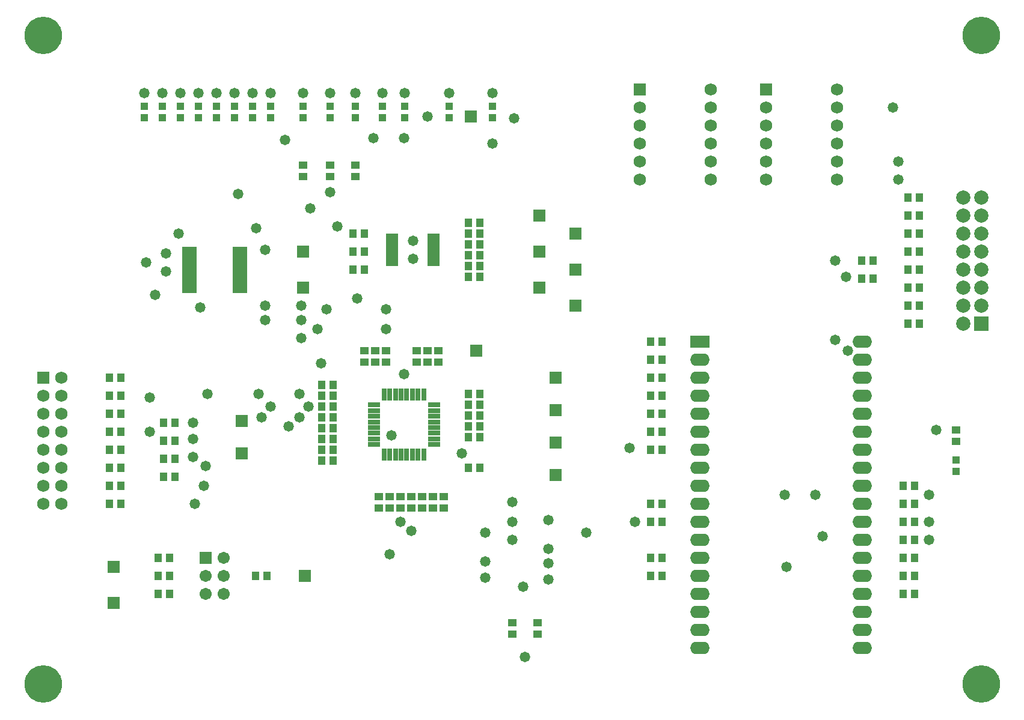
<source format=gts>
G04*
G04 #@! TF.GenerationSoftware,Altium Limited,Altium Designer,22.3.1 (43)*
G04*
G04 Layer_Color=8388736*
%FSLAX25Y25*%
%MOIN*%
G70*
G04*
G04 #@! TF.SameCoordinates,C488EDB3-D5C6-4A86-98F8-C412E4F75817*
G04*
G04*
G04 #@! TF.FilePolarity,Negative*
G04*
G01*
G75*
%ADD22R,0.04540X0.03950*%
%ADD23R,0.03950X0.03950*%
%ADD24R,0.07887X0.02572*%
%ADD25R,0.06607X0.02572*%
%ADD26R,0.03950X0.04540*%
%ADD27R,0.03162X0.06607*%
%ADD28R,0.06607X0.03162*%
%ADD29R,0.10800X0.06800*%
%ADD30O,0.10800X0.06800*%
%ADD31C,0.06800*%
%ADD32R,0.06800X0.06800*%
%ADD33R,0.06706X0.06706*%
%ADD34C,0.06706*%
%ADD35R,0.06706X0.06706*%
%ADD36R,0.07887X0.07887*%
%ADD37C,0.07887*%
%ADD38C,0.20800*%
%ADD39C,0.05800*%
D22*
X280000Y54150D02*
D03*
Y47850D02*
D03*
X294000Y54150D02*
D03*
Y47850D02*
D03*
X164000Y301850D02*
D03*
Y308150D02*
D03*
X179000Y301850D02*
D03*
Y308150D02*
D03*
X193000Y301850D02*
D03*
Y308150D02*
D03*
X227000Y198850D02*
D03*
Y205150D02*
D03*
X210000D02*
D03*
Y198850D02*
D03*
X233000D02*
D03*
Y205150D02*
D03*
X204000D02*
D03*
Y198850D02*
D03*
X239000D02*
D03*
Y205150D02*
D03*
X198000D02*
D03*
Y198850D02*
D03*
X242000Y124150D02*
D03*
Y117850D02*
D03*
X236000Y124150D02*
D03*
Y117850D02*
D03*
X230000Y124150D02*
D03*
Y117850D02*
D03*
X224000Y124150D02*
D03*
Y117850D02*
D03*
X206000D02*
D03*
Y124150D02*
D03*
X218000D02*
D03*
Y117850D02*
D03*
X212000Y124150D02*
D03*
Y117850D02*
D03*
X526000Y154850D02*
D03*
Y161150D02*
D03*
D23*
Y144299D02*
D03*
Y138000D02*
D03*
X164000Y340650D02*
D03*
Y334350D02*
D03*
X179000Y340650D02*
D03*
Y334350D02*
D03*
X193000Y340650D02*
D03*
Y334350D02*
D03*
X269000Y340650D02*
D03*
Y334350D02*
D03*
X245000Y340650D02*
D03*
Y334350D02*
D03*
X146000Y340650D02*
D03*
Y334350D02*
D03*
X136000Y340650D02*
D03*
Y334350D02*
D03*
X126000Y340650D02*
D03*
Y334350D02*
D03*
X116000Y340650D02*
D03*
Y334350D02*
D03*
X106000Y340650D02*
D03*
Y334350D02*
D03*
X96000Y340650D02*
D03*
Y334350D02*
D03*
X86000Y340650D02*
D03*
Y334350D02*
D03*
X76000Y340650D02*
D03*
Y334350D02*
D03*
X208000Y340650D02*
D03*
Y334350D02*
D03*
X220500Y340650D02*
D03*
Y334350D02*
D03*
D24*
X101024Y261516D02*
D03*
Y258957D02*
D03*
Y256398D02*
D03*
Y253839D02*
D03*
Y251279D02*
D03*
Y248721D02*
D03*
Y246161D02*
D03*
Y243602D02*
D03*
Y241043D02*
D03*
Y238484D02*
D03*
X128976D02*
D03*
Y241043D02*
D03*
Y243602D02*
D03*
Y246161D02*
D03*
Y248721D02*
D03*
Y251279D02*
D03*
Y253839D02*
D03*
Y256398D02*
D03*
Y258957D02*
D03*
Y261516D02*
D03*
D25*
X213433Y268677D02*
D03*
Y266118D02*
D03*
Y263559D02*
D03*
Y261000D02*
D03*
Y258441D02*
D03*
Y255882D02*
D03*
Y253323D02*
D03*
X236567D02*
D03*
Y255882D02*
D03*
Y258441D02*
D03*
Y261000D02*
D03*
Y263559D02*
D03*
Y266118D02*
D03*
Y268677D02*
D03*
D26*
X262150Y140000D02*
D03*
X255850D02*
D03*
X191850Y270000D02*
D03*
X198150D02*
D03*
Y250000D02*
D03*
X191850D02*
D03*
Y260000D02*
D03*
X198150D02*
D03*
X255850Y246000D02*
D03*
X262150D02*
D03*
Y252000D02*
D03*
X255850D02*
D03*
Y258000D02*
D03*
X262150D02*
D03*
Y264000D02*
D03*
X255850D02*
D03*
Y270000D02*
D03*
X262150D02*
D03*
Y276000D02*
D03*
X255850D02*
D03*
X83850Y90000D02*
D03*
X90150D02*
D03*
X63150Y190000D02*
D03*
X56850D02*
D03*
X137850Y80000D02*
D03*
X144150D02*
D03*
X83850D02*
D03*
X90150D02*
D03*
X63150Y180000D02*
D03*
X56850D02*
D03*
X83850Y70000D02*
D03*
X90150D02*
D03*
X86850Y165000D02*
D03*
X93150D02*
D03*
X63150Y170000D02*
D03*
X56850D02*
D03*
X86850Y155000D02*
D03*
X93150D02*
D03*
X63150Y160000D02*
D03*
X56850D02*
D03*
X86850Y145000D02*
D03*
X93150D02*
D03*
X63150Y150000D02*
D03*
X56850D02*
D03*
X86850Y135000D02*
D03*
X93150D02*
D03*
X63150Y140000D02*
D03*
X56850D02*
D03*
X63150Y130000D02*
D03*
X56850D02*
D03*
X63150Y120000D02*
D03*
X56850D02*
D03*
X255850Y181000D02*
D03*
X262150D02*
D03*
X174350Y186000D02*
D03*
X180650D02*
D03*
X255850Y175000D02*
D03*
X262150D02*
D03*
X174350Y180000D02*
D03*
X180650D02*
D03*
X255850Y169000D02*
D03*
X262150D02*
D03*
X174350Y174000D02*
D03*
X180650D02*
D03*
X255850Y163000D02*
D03*
X262150D02*
D03*
X174350Y168000D02*
D03*
X180650D02*
D03*
X255850Y157000D02*
D03*
X262150D02*
D03*
X174350Y162000D02*
D03*
X180650D02*
D03*
X174350Y156000D02*
D03*
X180650D02*
D03*
X174350Y150000D02*
D03*
X180650D02*
D03*
X174350Y144000D02*
D03*
X180650D02*
D03*
X496850Y110000D02*
D03*
X503150D02*
D03*
X356850Y210000D02*
D03*
X363150D02*
D03*
X499350Y220000D02*
D03*
X505650D02*
D03*
X496850Y120000D02*
D03*
X503150D02*
D03*
X356850Y200000D02*
D03*
X363150D02*
D03*
X499350Y230000D02*
D03*
X505650D02*
D03*
X363150Y150000D02*
D03*
X356850D02*
D03*
X480000Y245000D02*
D03*
X473701D02*
D03*
X499350Y240000D02*
D03*
X505650D02*
D03*
X496850Y100000D02*
D03*
X503150D02*
D03*
X480000Y255000D02*
D03*
X473701D02*
D03*
X499350Y250000D02*
D03*
X505650D02*
D03*
X496850Y80000D02*
D03*
X503150D02*
D03*
X356850Y190000D02*
D03*
X363150D02*
D03*
X499350Y260000D02*
D03*
X505650D02*
D03*
X496850Y90000D02*
D03*
X503150D02*
D03*
X356850Y180000D02*
D03*
X363150D02*
D03*
X499350Y270000D02*
D03*
X505650D02*
D03*
X363150Y160000D02*
D03*
X356850D02*
D03*
Y170000D02*
D03*
X363150D02*
D03*
X499350Y280000D02*
D03*
X505650D02*
D03*
X363150Y90000D02*
D03*
X356850D02*
D03*
Y110000D02*
D03*
X363150D02*
D03*
X499350Y290000D02*
D03*
X505650D02*
D03*
X363150Y80000D02*
D03*
X356850D02*
D03*
X363150Y120000D02*
D03*
X356850D02*
D03*
X503150Y130000D02*
D03*
X496850D02*
D03*
X503150Y70000D02*
D03*
X496850D02*
D03*
D27*
X208976Y180685D02*
D03*
X212126D02*
D03*
X215276D02*
D03*
X218425D02*
D03*
X221575D02*
D03*
X224724D02*
D03*
X227874D02*
D03*
X231024D02*
D03*
Y147315D02*
D03*
X227874D02*
D03*
X224724D02*
D03*
X221575D02*
D03*
X218425D02*
D03*
X215276D02*
D03*
X212126D02*
D03*
X208976D02*
D03*
D28*
X236685Y175024D02*
D03*
Y171874D02*
D03*
Y168724D02*
D03*
Y165575D02*
D03*
Y162425D02*
D03*
Y159276D02*
D03*
Y156126D02*
D03*
Y152976D02*
D03*
X203315D02*
D03*
Y156126D02*
D03*
Y159276D02*
D03*
Y162425D02*
D03*
Y165575D02*
D03*
Y168724D02*
D03*
Y171874D02*
D03*
Y175024D02*
D03*
D29*
X384000Y210000D02*
D03*
D30*
Y200000D02*
D03*
Y190000D02*
D03*
Y180000D02*
D03*
Y170000D02*
D03*
Y160000D02*
D03*
Y150000D02*
D03*
Y140000D02*
D03*
Y130000D02*
D03*
Y120000D02*
D03*
Y110000D02*
D03*
Y100000D02*
D03*
Y90000D02*
D03*
Y80000D02*
D03*
Y70000D02*
D03*
Y60000D02*
D03*
Y50000D02*
D03*
Y40000D02*
D03*
X474000Y210000D02*
D03*
Y200000D02*
D03*
Y190000D02*
D03*
Y180000D02*
D03*
Y170000D02*
D03*
Y160000D02*
D03*
Y150000D02*
D03*
Y140000D02*
D03*
Y130000D02*
D03*
Y120000D02*
D03*
Y110000D02*
D03*
Y100000D02*
D03*
Y90000D02*
D03*
Y80000D02*
D03*
Y70000D02*
D03*
Y60000D02*
D03*
Y50000D02*
D03*
Y40000D02*
D03*
D31*
X30000Y120000D02*
D03*
Y130000D02*
D03*
Y140000D02*
D03*
Y150000D02*
D03*
Y160000D02*
D03*
Y170000D02*
D03*
Y180000D02*
D03*
X20000Y120000D02*
D03*
Y130000D02*
D03*
Y140000D02*
D03*
Y150000D02*
D03*
Y160000D02*
D03*
Y170000D02*
D03*
X30000Y190000D02*
D03*
X20000Y180000D02*
D03*
X390000Y300000D02*
D03*
Y310000D02*
D03*
Y320000D02*
D03*
Y330000D02*
D03*
Y340000D02*
D03*
Y350000D02*
D03*
X350630Y300000D02*
D03*
Y310000D02*
D03*
Y320000D02*
D03*
Y330000D02*
D03*
Y340000D02*
D03*
X460000Y300000D02*
D03*
Y310000D02*
D03*
Y320000D02*
D03*
Y330000D02*
D03*
Y340000D02*
D03*
Y350000D02*
D03*
X420630Y300000D02*
D03*
Y310000D02*
D03*
Y320000D02*
D03*
Y330000D02*
D03*
Y340000D02*
D03*
D32*
X20000Y190000D02*
D03*
X350630Y350000D02*
D03*
X420630D02*
D03*
D33*
X110000Y90000D02*
D03*
D34*
X120000D02*
D03*
X110000Y80000D02*
D03*
X120000D02*
D03*
X110000Y70000D02*
D03*
X120000D02*
D03*
D35*
X257000Y335000D02*
D03*
X59000Y85000D02*
D03*
X165000Y80000D02*
D03*
X59000Y65000D02*
D03*
X260000Y205000D02*
D03*
X304000Y190000D02*
D03*
Y172000D02*
D03*
Y154000D02*
D03*
Y136000D02*
D03*
X130000Y166000D02*
D03*
Y148000D02*
D03*
X164000Y260000D02*
D03*
Y240000D02*
D03*
X295000D02*
D03*
X315000Y230000D02*
D03*
X295000Y260000D02*
D03*
X315000Y250000D02*
D03*
X295000Y280000D02*
D03*
X315000Y270000D02*
D03*
D36*
X540000Y220000D02*
D03*
D37*
X530000D02*
D03*
X540000Y230000D02*
D03*
X530000D02*
D03*
X540000Y240000D02*
D03*
X530000D02*
D03*
X540000Y250000D02*
D03*
X530000D02*
D03*
X540000Y260000D02*
D03*
X530000D02*
D03*
X540000Y270000D02*
D03*
X530000D02*
D03*
X540000Y280000D02*
D03*
X530000D02*
D03*
X540000Y290000D02*
D03*
X530000D02*
D03*
D38*
X540000Y380000D02*
D03*
Y20000D02*
D03*
X20000Y380000D02*
D03*
Y20000D02*
D03*
D39*
X287000Y35000D02*
D03*
X286000Y74000D02*
D03*
X111000Y181000D02*
D03*
X212000Y92000D02*
D03*
X103000Y146000D02*
D03*
Y156000D02*
D03*
Y165000D02*
D03*
X110000Y141000D02*
D03*
X174000Y198000D02*
D03*
X177000Y228000D02*
D03*
X194000Y234000D02*
D03*
X210000Y228000D02*
D03*
Y217000D02*
D03*
X88000Y258957D02*
D03*
X172000Y217000D02*
D03*
X77000Y254000D02*
D03*
X82000Y236000D02*
D03*
X128000Y292000D02*
D03*
X163000Y230000D02*
D03*
X143000D02*
D03*
X109000Y130000D02*
D03*
X156000Y163000D02*
D03*
X104000Y120000D02*
D03*
X88000Y249000D02*
D03*
X163000Y212000D02*
D03*
X321000Y104000D02*
D03*
X300000Y78000D02*
D03*
Y95000D02*
D03*
Y111000D02*
D03*
X265000Y79000D02*
D03*
Y88000D02*
D03*
X280000Y100000D02*
D03*
Y110000D02*
D03*
X265000Y104000D02*
D03*
X345000Y151000D02*
D03*
X300000Y87000D02*
D03*
X280000Y121000D02*
D03*
X348000Y110000D02*
D03*
X179000Y293000D02*
D03*
X168000Y284000D02*
D03*
X224000Y105000D02*
D03*
X218000Y110000D02*
D03*
X183000Y274000D02*
D03*
X220000Y323000D02*
D03*
X203000D02*
D03*
X163000Y222000D02*
D03*
X139500Y181000D02*
D03*
X143000Y222000D02*
D03*
X515000Y161000D02*
D03*
X511000Y125000D02*
D03*
Y110000D02*
D03*
X452000Y102000D02*
D03*
X459000Y211000D02*
D03*
X466000Y205000D02*
D03*
X448000Y125000D02*
D03*
X511000Y100000D02*
D03*
X432000Y85000D02*
D03*
X431000Y125000D02*
D03*
X465000Y246000D02*
D03*
X459000Y255000D02*
D03*
X494000Y300000D02*
D03*
Y310000D02*
D03*
X491000Y340000D02*
D03*
X225000Y266000D02*
D03*
Y256000D02*
D03*
X154000Y322000D02*
D03*
X269000Y320000D02*
D03*
X281000Y334000D02*
D03*
X233000Y335000D02*
D03*
X146000Y174000D02*
D03*
X141000Y168000D02*
D03*
X162000Y181000D02*
D03*
X167000Y174000D02*
D03*
X162000Y168000D02*
D03*
X79000Y160000D02*
D03*
Y179000D02*
D03*
X107000Y229000D02*
D03*
X143000Y261000D02*
D03*
X138000Y273000D02*
D03*
X95000Y270000D02*
D03*
X252000Y148000D02*
D03*
X220000Y192000D02*
D03*
X213000Y158000D02*
D03*
X269000Y348000D02*
D03*
X245000D02*
D03*
X193000D02*
D03*
X220500D02*
D03*
X208000D02*
D03*
X179000D02*
D03*
X164000D02*
D03*
X146000D02*
D03*
X136000D02*
D03*
X126000D02*
D03*
X116000D02*
D03*
X106000D02*
D03*
X96000D02*
D03*
X86000D02*
D03*
X76000D02*
D03*
M02*

</source>
